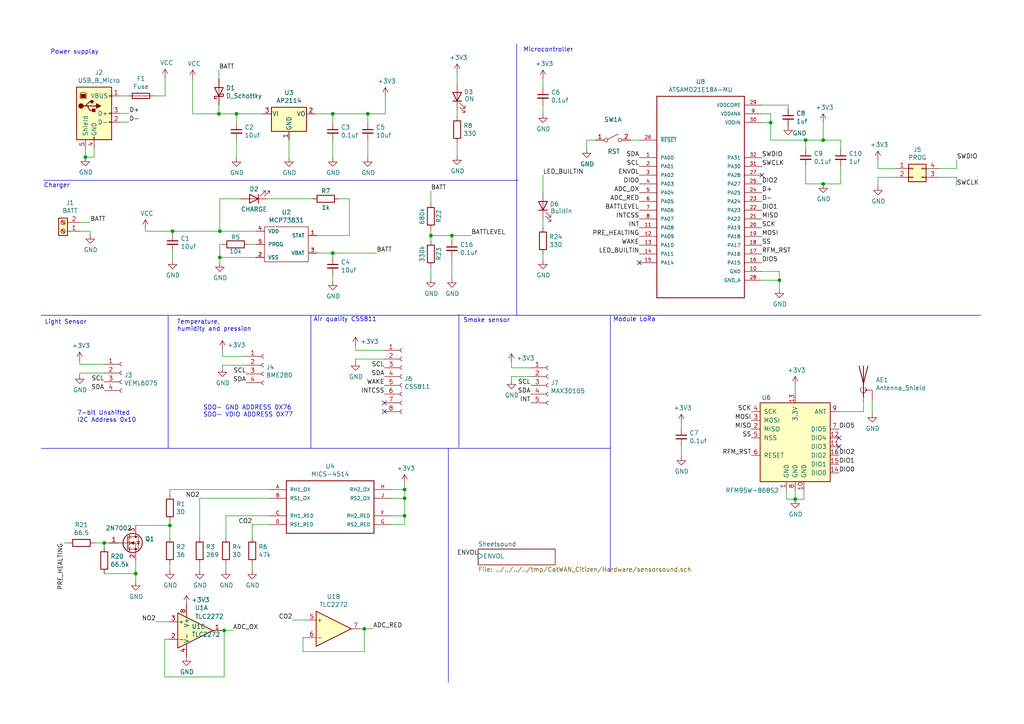
<source format=kicad_sch>
(kicad_sch (version 20230121) (generator eeschema)
  (paper "A4")
  (title_block (title "CatWAN Citizen") (date "2020-02-21") (company "Electronic Cats") (comment 1 "Rocio Rdz.") (comment 4 "Andres Sabas"))
  (junction (at 124.968 68.326))
  (junction (at 63.5 33.02))
  (junction (at 230.632 144.78))
  (junction (at 96.52 73.406))
  (junction (at 96.52 33.02))
  (junction (at 68.58 33.02))
  (junction (at 238.76 40.64))
  (junction (at 65.024 182.88))
  (junction (at 24.765 45.593))
  (junction (at 50.038 67.056))
  (junction (at 105.664 182.372))
  (junction (at 233.68 40.64))
  (junction (at 63.754 74.676))
  (junction (at 63.754 67.056))
  (junction (at 238.76 53.34))
  (junction (at 226.06 81.28))
  (junction (at 49.276 152.4))
  (junction (at 39.37 166.37))
  (junction (at 223.52 35.56))
  (junction (at 117.348 141.986))
  (junction (at 117.348 144.526))
  (junction (at 30.226 157.48))
  (junction (at 131.064 68.326))
  (junction (at 106.68 33.02))
  (junction (at 117.348 149.606))
  (no_connect (at 243.332 127))
  (no_connect (at 111.506 119.38))
  (no_connect (at 111.506 116.84))
  (no_connect (at 220.98 50.8))
  (no_connect (at 185.42 76.2))
  (no_connect (at 243.332 129.54))
  (wire (pts (xy 49.276 163.576) (xy 49.276 165.354)))
  (wire (pts (xy 27.432 157.48) (xy 30.226 157.48)))
  (wire (pts (xy 238.76 40.64) (xy 243.84 40.64)))
  (wire (pts (xy 73.152 152.146) (xy 73.152 155.956)))
  (wire (pts (xy 49.276 141.986) (xy 49.276 143.51)))
  (wire (pts (xy 170.18 40.64) (xy 170.18 43.18)))
  (wire (pts (xy 243.332 119.38) (xy 250.444 119.38)))
  (wire (pts (xy 83.82 40.64) (xy 83.82 45.72)))
  (wire (pts (xy 49.276 141.986) (xy 77.978 141.986)))
  (wire (pts (xy 65.532 149.606) (xy 77.978 149.606)))
  (wire (pts (xy 63.754 70.866) (xy 63.754 74.676)))
  (wire (pts (xy 157.48 73.66) (xy 157.48 75.438)))
  (wire (pts (xy 34.925 35.433) (xy 37.465 35.433)))
  (wire (pts (xy 136.652 68.326) (xy 131.064 68.326)))
  (wire (pts (xy 124.968 55.372) (xy 124.968 58.928)))
  (wire (pts (xy 228.092 144.78) (xy 230.632 144.78)))
  (wire (pts (xy 45.212 180.34) (xy 49.022 180.34)))
  (wire (pts (xy 103.124 101.6) (xy 103.124 100.33)))
  (wire (pts (xy 64.516 101.346) (xy 64.516 103.378)))
  (wire (pts (xy 96.52 74.676) (xy 96.52 73.406)))
  (wire (pts (xy 68.58 40.64) (xy 68.58 45.72)))
  (wire (pts (xy 223.52 33.02) (xy 223.52 35.56)))
  (wire (pts (xy 223.52 40.64) (xy 233.68 40.64)))
  (wire (pts (xy 104.394 182.372) (xy 105.664 182.372)))
  (wire (pts (xy 50.038 72.898) (xy 50.038 75.438)))
  (wire (pts (xy 65.024 182.88) (xy 67.564 182.88)))
  (wire (pts (xy 57.912 163.576) (xy 57.912 165.354)))
  (wire (pts (xy 76.2 33.02) (xy 68.58 33.02)))
  (wire (pts (xy 68.58 35.56) (xy 68.58 33.02)))
  (wire (pts (xy 117.348 152.146) (xy 117.348 149.606)))
  (polyline (pts (xy 177.038 165.862) (xy 177.038 91.44)))
  (wire (pts (xy 157.48 63.5) (xy 157.48 66.04)))
  (wire (pts (xy 64.516 103.378) (xy 71.374 103.378)))
  (wire (pts (xy 55.88 33.02) (xy 63.5 33.02)))
  (wire (pts (xy 272.415 48.895) (xy 277.495 48.895)))
  (wire (pts (xy 111.506 101.6) (xy 103.124 101.6)))
  (wire (pts (xy 220.98 78.74) (xy 226.06 78.74)))
  (wire (pts (xy 113.538 149.606) (xy 117.348 149.606)))
  (wire (pts (xy 91.44 33.02) (xy 96.52 33.02)))
  (wire (pts (xy 24.765 43.053) (xy 24.765 45.593)))
  (wire (pts (xy 57.912 144.526) (xy 57.912 155.956)))
  (wire (pts (xy 277.495 51.435) (xy 277.495 53.975)))
  (wire (pts (xy 197.612 122.682) (xy 197.612 124.206)))
  (wire (pts (xy 47.752 185.42) (xy 49.022 185.42)))
  (wire (pts (xy 42.164 66.294) (xy 42.164 67.056)))
  (wire (pts (xy 63.5 30.48) (xy 63.5 33.02)))
  (wire (pts (xy 148.336 106.68) (xy 148.336 105.156)))
  (wire (pts (xy 47.879 27.813) (xy 47.879 22.606)))
  (wire (pts (xy 117.348 149.606) (xy 117.348 144.526)))
  (wire (pts (xy 84.836 179.832) (xy 89.154 179.832)))
  (wire (pts (xy 49.276 151.13) (xy 49.276 152.4)))
  (wire (pts (xy 64.516 70.866) (xy 63.754 70.866)))
  (wire (pts (xy 30.226 158.75) (xy 30.226 157.48)))
  (wire (pts (xy 101.346 68.326) (xy 101.346 57.658)))
  (wire (pts (xy 113.538 141.986) (xy 117.348 141.986)))
  (wire (pts (xy 153.924 109.22) (xy 148.336 109.22)))
  (wire (pts (xy 124.968 66.548) (xy 124.968 68.326)))
  (wire (pts (xy 103.124 104.14) (xy 103.124 104.902)))
  (wire (pts (xy 220.98 81.28) (xy 226.06 81.28)))
  (wire (pts (xy 47.752 196.342) (xy 65.024 196.342)))
  (wire (pts (xy 96.52 79.756) (xy 96.52 81.534)))
  (wire (pts (xy 73.152 163.576) (xy 73.152 165.354)))
  (wire (pts (xy 19.812 157.48) (xy 18.542 157.48)))
  (wire (pts (xy 44.704 27.813) (xy 47.879 27.813)))
  (wire (pts (xy 39.37 166.37) (xy 39.37 168.656)))
  (wire (pts (xy 90.678 57.658) (xy 77.47 57.658)))
  (wire (pts (xy 124.968 68.326) (xy 124.968 69.85)))
  (wire (pts (xy 27.305 43.053) (xy 27.305 45.593)))
  (wire (pts (xy 71.374 105.918) (xy 64.516 105.918)))
  (wire (pts (xy 64.262 182.88) (xy 65.024 182.88)))
  (wire (pts (xy 49.276 152.4) (xy 49.276 155.956)))
  (wire (pts (xy 131.064 68.326) (xy 124.968 68.326)))
  (wire (pts (xy 63.5 20.32) (xy 63.5 22.86)))
  (wire (pts (xy 42.164 67.056) (xy 50.038 67.056)))
  (wire (pts (xy 47.752 185.42) (xy 47.752 196.342)))
  (wire (pts (xy 74.168 70.866) (xy 72.136 70.866)))
  (polyline (pts (xy 130.048 130.048) (xy 130.048 197.866)))
  (wire (pts (xy 233.68 53.34) (xy 238.76 53.34)))
  (wire (pts (xy 89.154 184.912) (xy 87.884 184.912)))
  (wire (pts (xy 185.42 40.64) (xy 182.88 40.64)))
  (wire (pts (xy 230.632 111.76) (xy 230.632 114.3)))
  (wire (pts (xy 233.172 142.24) (xy 233.172 144.78)))
  (wire (pts (xy 254.635 48.895) (xy 259.715 48.895)))
  (wire (pts (xy 65.532 155.956) (xy 65.532 149.606)))
  (wire (pts (xy 87.884 184.912) (xy 87.884 188.976)))
  (wire (pts (xy 220.98 33.02) (xy 223.52 33.02)))
  (wire (pts (xy 101.346 57.658) (xy 98.298 57.658)))
  (wire (pts (xy 243.84 53.34) (xy 238.76 53.34)))
  (wire (pts (xy 148.336 109.22) (xy 148.336 110.236)))
  (wire (pts (xy 34.925 27.813) (xy 37.084 27.813)))
  (wire (pts (xy 96.52 73.406) (xy 109.22 73.406)))
  (wire (pts (xy 197.612 129.286) (xy 197.612 132.334)))
  (wire (pts (xy 30.226 166.37) (xy 39.37 166.37)))
  (wire (pts (xy 117.348 140.208) (xy 117.348 141.986)))
  (wire (pts (xy 57.912 144.526) (xy 77.978 144.526)))
  (wire (pts (xy 96.52 33.02) (xy 106.68 33.02)))
  (wire (pts (xy 132.588 24.257) (xy 132.588 21.082)))
  (wire (pts (xy 69.85 57.658) (xy 63.754 57.658)))
  (wire (pts (xy 87.884 188.976) (xy 105.664 188.976)))
  (wire (pts (xy 226.06 81.28) (xy 226.06 83.82)))
  (wire (pts (xy 250.444 119.38) (xy 250.444 116.332)))
  (wire (pts (xy 27.305 45.593) (xy 24.765 45.593)))
  (wire (pts (xy 23.368 67.056) (xy 26.162 67.056)))
  (polyline (pts (xy 12.573 52.324) (xy 150.368 52.324)))
  (polyline (pts (xy 11.938 130.048) (xy 177.038 130.048)))
  (wire (pts (xy 254.635 51.435) (xy 254.635 53.975)))
  (wire (pts (xy 23.114 105.664) (xy 23.114 104.648)))
  (wire (pts (xy 132.588 41.402) (xy 132.588 45.212)))
  (wire (pts (xy 96.52 40.64) (xy 96.52 45.72)))
  (wire (pts (xy 233.68 43.18) (xy 233.68 40.64)))
  (wire (pts (xy 63.754 74.676) (xy 74.168 74.676)))
  (wire (pts (xy 157.48 30.48) (xy 157.48 33.02)))
  (wire (pts (xy 55.88 22.86) (xy 55.88 33.02)))
  (wire (pts (xy 124.968 77.47) (xy 124.968 80.772)))
  (wire (pts (xy 64.516 105.918) (xy 64.516 106.68)))
  (wire (pts (xy 50.038 67.818) (xy 50.038 67.056)))
  (wire (pts (xy 153.924 106.68) (xy 148.336 106.68)))
  (wire (pts (xy 254.635 46.355) (xy 254.635 48.895)))
  (wire (pts (xy 65.532 163.576) (xy 65.532 165.354)))
  (wire (pts (xy 238.76 35.56) (xy 238.76 40.64)))
  (wire (pts (xy 223.52 35.56) (xy 223.52 40.64)))
  (wire (pts (xy 172.72 40.64) (xy 170.18 40.64)))
  (polyline (pts (xy 90.17 91.44) (xy 90.17 130.048)))
  (wire (pts (xy 243.84 48.26) (xy 243.84 53.34)))
  (polyline (pts (xy 133.096 91.186) (xy 133.096 129.794)))
  (wire (pts (xy 233.68 48.26) (xy 233.68 53.34)))
  (wire (pts (xy 243.84 40.64) (xy 243.84 43.18)))
  (wire (pts (xy 39.37 152.4) (xy 49.276 152.4)))
  (wire (pts (xy 113.538 152.146) (xy 117.348 152.146)))
  (wire (pts (xy 157.48 50.8) (xy 157.48 55.88)))
  (wire (pts (xy 226.06 78.74) (xy 226.06 81.28)))
  (wire (pts (xy 233.172 144.78) (xy 230.632 144.78)))
  (wire (pts (xy 106.68 35.56) (xy 106.68 33.02)))
  (wire (pts (xy 34.925 32.893) (xy 37.465 32.893)))
  (wire (pts (xy 30.226 157.48) (xy 31.75 157.48)))
  (wire (pts (xy 259.715 51.435) (xy 254.635 51.435)))
  (wire (pts (xy 63.754 57.658) (xy 63.754 67.056)))
  (wire (pts (xy 228.6 31.496) (xy 228.6 30.48)))
  (wire (pts (xy 30.226 105.664) (xy 23.114 105.664)))
  (wire (pts (xy 106.68 33.02) (xy 111.76 33.02)))
  (wire (pts (xy 113.538 144.526) (xy 117.348 144.526)))
  (wire (pts (xy 252.984 116.332) (xy 252.984 119.888)))
  (wire (pts (xy 105.664 182.372) (xy 108.204 182.372)))
  (wire (pts (xy 111.506 104.14) (xy 103.124 104.14)))
  (wire (pts (xy 74.168 67.056) (xy 63.754 67.056)))
  (wire (pts (xy 63.5 33.02) (xy 68.58 33.02)))
  (wire (pts (xy 65.024 182.88) (xy 65.024 196.342)))
  (polyline (pts (xy 48.768 130.048) (xy 48.768 91.44)))
  (wire (pts (xy 157.48 22.86) (xy 157.48 25.4)))
  (wire (pts (xy 131.064 69.596) (xy 131.064 68.326)))
  (wire (pts (xy 228.6 30.48) (xy 220.98 30.48)))
  (wire (pts (xy 73.152 152.146) (xy 77.978 152.146)))
  (wire (pts (xy 63.754 76.2) (xy 63.754 74.676)))
  (wire (pts (xy 63.754 67.056) (xy 50.038 67.056)))
  (wire (pts (xy 30.226 108.204) (xy 23.114 108.204)))
  (wire (pts (xy 272.415 51.435) (xy 277.495 51.435)))
  (wire (pts (xy 111.76 33.02) (xy 111.76 27.94)))
  (polyline (pts (xy 11.938 91.44) (xy 284.48 91.44)))
  (wire (pts (xy 117.348 141.986) (xy 117.348 144.526)))
  (wire (pts (xy 132.588 31.877) (xy 132.588 33.782)))
  (wire (pts (xy 39.37 162.56) (xy 39.37 166.37)))
  (wire (pts (xy 26.162 67.056) (xy 26.162 68.072)))
  (wire (pts (xy 233.68 40.64) (xy 238.76 40.64)))
  (polyline (pts (xy 149.86 12.7) (xy 149.86 91.44)))
  (wire (pts (xy 91.948 68.326) (xy 101.346 68.326)))
  (wire (pts (xy 131.064 80.772) (xy 131.064 74.676)))
  (wire (pts (xy 23.368 64.516) (xy 26.162 64.516)))
  (wire (pts (xy 105.664 188.976) (xy 105.664 182.372)))
  (wire (pts (xy 23.114 108.204) (xy 23.114 108.712)))
  (wire (pts (xy 106.68 40.64) (xy 106.68 45.72)))
  (wire (pts (xy 230.632 142.24) (xy 230.632 144.78)))
  (wire (pts (xy 228.092 142.24) (xy 228.092 144.78)))
  (wire (pts (xy 91.948 73.406) (xy 96.52 73.406)))
  (wire (pts (xy 96.52 35.56) (xy 96.52 33.02)))
  (wire (pts (xy 220.98 35.56) (xy 223.52 35.56)))
  (wire (pts (xy 277.495 48.895) (xy 277.495 46.355)))
  (text "Microcontroller" (at 151.765 15.24 0) (effects (font (size 1.27 1.27)) (justify left bottom)))
  (text "7-bit Unshifted \nI2C Address 0x10" (at 22.352 122.682 0) (effects (font (size 1.27 1.27)) (justify left bottom)))
  (text "Charger\n" (at 12.7 54.61 0) (effects (font (size 1.27 1.27)) (justify left bottom)))
  (text "SDO- GND ADDRESS 0X76\nSDO- VDIO ADDRESS 0X77\n\n\n" (at 58.928 125.222 0) (effects (font (size 1.27 1.27)) (justify left bottom)))
  (text "Air quality CSS811" (at 90.932 93.472 0) (effects (font (size 1.27 1.27)) (justify left bottom)))
  (text "Smoke sensor" (at 134.366 93.726 0) (effects (font (size 1.27 1.27)) (justify left bottom)))
  (text "Power supplay" (at 14.605 15.875 0) (effects (font (size 1.27 1.27)) (justify left bottom)))
  (text "Temperature, \nhumidity and pression" (at 51.308 96.266 0) (effects (font (size 1.27 1.27)) (justify left bottom)))
  (text "Module LoRa\n" (at 177.8 93.472 0) (effects (font (size 1.27 1.27)) (justify left bottom)))
  (text "Light Sensor" (at 12.954 94.234 0) (effects (font (size 1.27 1.27)) (justify left bottom)))
  (label "SWDIO" (at 220.98 45.72 0))
  (label "ADC_OX" (at 185.42 55.88 180))
  (label "ENVOL" (at 138.684 161.29 180))
  (label "DIO5" (at 243.332 124.46 0))
  (label "BATT" (at 124.968 55.372 0))
  (label "INTCSS" (at 185.42 63.5 180))
  (label "SWDIO" (at 277.495 46.355 0))
  (label "BATTLEVEL" (at 185.42 60.96 180))
  (label "PRE_HEALTING" (at 18.542 157.48 270))
  (label "MISO" (at 220.98 63.5 0))
  (label "NO2" (at 45.212 180.34 180))
  (label "MISO" (at 217.932 124.46 180))
  (label "SWCLK" (at 220.98 48.26 0))
  (label "BATT" (at 109.22 73.406 0))
  (label "BATT" (at 63.5 20.32 0))
  (label "DIO0" (at 185.42 53.34 180))
  (label "ADC_RED" (at 108.204 182.372 0))
  (label "SCK" (at 217.932 119.38 180))
  (label "MOSI" (at 220.98 68.58 0))
  (label "D+" (at 220.98 55.88 0))
  (label "ENVOL" (at 185.42 50.8 180))
  (label "SDA" (at 111.506 109.22 180))
  (label "LED_BUILTIN" (at 185.42 73.66 180))
  (label "SCL" (at 185.42 48.26 180))
  (label "RFM_RST" (at 220.98 73.66 0))
  (label "CO2" (at 73.152 152.146 180))
  (label "D-" (at 37.465 35.433 0))
  (label "ADC_OX" (at 67.564 182.88 0))
  (label "SS" (at 217.932 127 180))
  (label "D+" (at 37.465 32.893 0))
  (label "SWCLK" (at 277.495 53.975 0))
  (label "SCL" (at 30.226 110.744 180))
  (label "DIO5" (at 220.98 76.2 0))
  (label "SCK" (at 220.98 66.04 0))
  (label "INT" (at 153.924 116.84 180))
  (label "SS" (at 220.98 71.12 0))
  (label "WAKE" (at 185.42 71.12 180))
  (label "DIO0" (at 243.332 137.16 0))
  (label "SCL" (at 111.506 106.68 180))
  (label "INT" (at 185.42 66.04 180))
  (label "ADC_RED" (at 185.42 58.42 180))
  (label "SDA" (at 30.226 113.284 180))
  (label "SDA" (at 153.924 114.3 180))
  (label "NO2" (at 57.912 144.526 180))
  (label "SCL" (at 71.374 108.458 180))
  (label "SDA" (at 71.374 110.998 180))
  (label "RFM_RST" (at 217.932 132.08 180))
  (label "SDA" (at 185.42 45.72 180))
  (label "CO2" (at 84.836 179.832 180))
  (label "DIO2" (at 243.332 132.08 0))
  (label "LED_BUILTIN" (at 157.48 50.8 0))
  (label "PRE_HEALTING" (at 185.42 68.58 180))
  (label "DIO1" (at 220.98 60.96 0))
  (label "BATT" (at 26.162 64.516 0))
  (label "INTCSS" (at 111.506 114.3 180))
  (label "DIO1" (at 243.332 134.62 0))
  (label "SCL" (at 153.924 111.76 180))
  (label "WAKE" (at 111.506 111.76 180))
  (label "BATTLEVEL" (at 136.652 68.326 0))
  (label "D-" (at 220.98 58.42 0))
  (label "MOSI" (at 217.932 121.92 180))
  (label "DIO2" (at 220.98 53.34 0))
  (symbol (lib_id "citizen_sensor-rescue:SW_DPST_x2-Switch") (at 177.8 40.64 0) (unit 1)
    (property "Reference" "SW1" (at 177.8 34.671 0))
    (property "Value" "RST" (at 178.0286 43.942 0))
    (property "Footprint" "Button_Switch_SMD:SW_SPST_TL3342" (effects hide))
    (property "Datasheet" "https://www.banggood.com/1000Pcs-DC12V-4-Pins-Tact-Tactile-Push-Button-Switch-Momentary-SMD-Switch-5x5x1_5MM-p-1297259.html?rmmds=newArrivals&cur_warehouse=CN" (effects hide))
    (property "manf#" "DC12V 4 Pins" (effects hide))
  )
  (symbol (lib_id "Device:C_Small") (at 233.68 45.72 0) (unit 1)
    (property "Reference" "C9" (at 236.0168 44.5516 0) (effects (justify left)))
    (property "Value" "0.1uf" (at 236.0168 46.863 0) (effects (justify left)))
    (property "Footprint" "Capacitor_SMD:C_0805_2012Metric_Pad1.15x1.40mm_HandSolder" (effects hide))
    (property "Datasheet" "https://www.mouser.mx/datasheet/2/40/X7RDielectric-777024.pdf" (effects hide))
    (property "manf#" "08056C104JAZ2A" (effects hide))
  )
  (symbol (lib_id "citizen_sensor-rescue:RFM95W-868S2-RF_AM_FM") (at 230.632 127 0) (unit 1)
    (property "Reference" "U6" (at 222.25 115.316 0))
    (property "Value" "RFM95W-868S2" (at 218.186 142.24 0))
    (property "Footprint" "Rf:RFM95W" (effects hide))
    (property "manf#" "RFM95W" (effects hide))
  )
  (symbol (lib_id "Device:LED") (at 132.588 28.067 90) (unit 1)
    (property "Reference" "D3" (at 135.89 26.67 90))
    (property "Value" "ON" (at 136.144 28.702 90))
    (property "Footprint" "LED_SMD:LED_0805_2012Metric_Castellated" (effects hide))
    (property "Datasheet" "https://www.mouser.mx/datasheet/2/445/150080SS75000-368930.pdf" (effects hide))
    (property "manf#" "150080SS75000" (effects hide))
  )
  (symbol (lib_id "citizen_sensor-rescue:MICS-4514-electroniccats-citizen_sensor-rescue") (at 95.758 147.066 0) (unit 1)
    (property "Reference" "U4" (at 95.758 135.2042 0))
    (property "Value" "MICS-4514" (at 95.758 137.5156 0))
    (property "Footprint" "MICS4514:MICS_10-SMD" (effects hide))
    (property "Datasheet" "https://www.mouser.mx/datasheet/2/18/0278_Datasheet-MiCS-4514-rev-16-1144833.pdf" (effects hide))
    (property "manf#" "MICS-4514" (effects hide))
  )
  (symbol (lib_id "citizen_sensor-rescue:USB_B-Connector") (at 27.305 32.893 0) (unit 1)
    (property "Reference" "J2" (at 28.702 21.0312 0))
    (property "Value" "USB_B_Micro" (at 28.702 23.3426 0))
    (property "Footprint" "Connector_USB:USB_Micro-B_Wuerth_629105150521" (effects hide))
    (property "Datasheet" "https://www.mouser.mx/datasheet/2/445/629105150521-469306.pdf" (effects hide))
    (property "manf#" "629105150521" (effects hide))
  )
  (symbol (lib_id "Device:Antenna_Shield") (at 250.444 111.252 0) (unit 1)
    (property "Reference" "AE1" (at 254 110.2106 0) (effects (justify left)))
    (property "Value" "Antenna_Shield" (at 254 112.522 0) (effects (justify left)))
    (property "Footprint" "Rf:AMPHENOL_901-144" (effects hide))
    (property "Datasheet" "https://www.banggood.com/2pcs-RP-SMA-Female-Adapter-PCB-Edge-Mount-Solder-RF-Connector-p-977325.html?akmClientCountry=MX&&cur_warehouse=CN" (effects hide))
    (property "manf#" "977325" (effects hide))
  )
  (symbol (lib_id "Device:C_Small") (at 243.84 45.72 0) (unit 1)
    (property "Reference" "C10" (at 246.1768 44.5516 0) (effects (justify left)))
    (property "Value" "1uf" (at 246.1768 46.863 0) (effects (justify left)))
    (property "Footprint" "Capacitor_SMD:C_0805_2012Metric_Pad1.15x1.40mm_HandSolder" (effects hide))
    (property "Datasheet" "https://www.mouser.mx/datasheet/2/447/UPY-GPHC_X5R_4V-to-50V_25-1131599.pdf" (effects hide))
    (property "manf#" "CC0805KKX5R5BB105" (effects hide))
  )
  (symbol (lib_id "Connector_Generic:Conn_02x02_Counter_Clockwise") (at 264.795 48.895 0) (unit 1)
    (property "Reference" "J5" (at 266.065 43.3832 0))
    (property "Value" "PROG" (at 266.065 45.6946 0))
    (property "Footprint" "Connector_PinHeader_2.54mm:PinHeader_1x04_P2.54mm_Vertical" (effects hide))
  )
  (symbol (lib_id "Device:C_Small") (at 157.48 27.94 0) (unit 1)
    (property "Reference" "C6" (at 159.8168 26.7716 0) (effects (justify left)))
    (property "Value" "0.1uf" (at 159.8168 29.083 0) (effects (justify left)))
    (property "Footprint" "Capacitor_SMD:C_0805_2012Metric_Pad1.15x1.40mm_HandSolder" (effects hide))
    (property "Datasheet" "https://www.mouser.mx/datasheet/2/40/X7RDielectric-777024.pdf" (effects hide))
    (property "manf#" "08056C104JAZ2A" (effects hide))
  )
  (symbol (lib_id "power:GND") (at 228.6 36.576 0) (unit 1)
    (property "Reference" "#PWR0101" (effects hide))
    (property "Value" "GND" (at 231.902 38.608 0))
  )
  (symbol (lib_id "citizen_sensor-rescue:+3.3V-power") (at 238.76 35.56 0) (unit 1)
    (property "Reference" "#PWR0102" (effects hide))
    (property "Value" "+3.3V" (at 239.141 31.1658 0))
  )
  (symbol (lib_id "power:GND") (at 170.18 43.18 0) (unit 1)
    (property "Reference" "#PWR0103" (effects hide))
    (property "Value" "GND" (at 170.307 47.5742 0))
  )
  (symbol (lib_id "power:GND") (at 238.76 53.34 0) (unit 1)
    (property "Reference" "#PWR0104" (effects hide))
    (property "Value" "GND" (at 238.887 57.7342 0))
  )
  (symbol (lib_id "power:GND") (at 226.06 83.82 0) (unit 1)
    (property "Reference" "#PWR0105" (effects hide))
    (property "Value" "GND" (at 226.187 88.2142 0))
  )
  (symbol (lib_id "power:GND") (at 254.635 53.975 0) (unit 1)
    (property "Reference" "#PWR0106" (effects hide))
    (property "Value" "GND" (at 254.762 58.3692 0))
  )
  (symbol (lib_id "citizen_sensor-rescue:+3.3V-power") (at 254.635 46.355 0) (unit 1)
    (property "Reference" "#PWR0107" (effects hide))
    (property "Value" "+3.3V" (at 255.016 41.9608 0))
  )
  (symbol (lib_id "Regulator_Linear:AP2127N-1.2") (at 83.82 33.02 0) (unit 1)
    (property "Reference" "U3" (at 83.82 26.8732 0))
    (property "Value" "AP2114" (at 83.82 29.1846 0))
    (property "Footprint" "Package_TO_SOT_SMD:SOT-223-3_TabPin2" (effects hide))
    (property "Datasheet" "https://www.mouser.mx/datasheet/2/115/AP2114-271472.pdf" (effects hide))
    (property "manf#" "AP2114H-3.3TRG1" (effects hide))
  )
  (symbol (lib_id "Device:C_Small") (at 68.58 38.1 0) (unit 1)
    (property "Reference" "C2" (at 70.9168 36.9316 0) (effects (justify left)))
    (property "Value" "10uf" (at 70.9168 39.243 0) (effects (justify left)))
    (property "Footprint" "Capacitor_SMD:C_0805_2012Metric_Pad1.15x1.40mm_HandSolder" (effects hide))
    (property "Datasheet" "https://www.mouser.mx/datasheet/2/445/885012107004-554083.pdf" (effects hide))
    (property "manf#" "885012107004" (effects hide))
  )
  (symbol (lib_id "Device:C_Small") (at 96.52 38.1 0) (unit 1)
    (property "Reference" "C3" (at 98.8568 36.9316 0) (effects (justify left)))
    (property "Value" "0.1uf" (at 98.8568 39.243 0) (effects (justify left)))
    (property "Footprint" "Capacitor_SMD:C_0805_2012Metric_Pad1.15x1.40mm_HandSolder" (effects hide))
    (property "Datasheet" "https://www.mouser.mx/datasheet/2/40/X7RDielectric-777024.pdf" (effects hide))
    (property "manf#" "08056C104JAZ2A" (effects hide))
  )
  (symbol (lib_id "Device:C_Small") (at 106.68 38.1 0) (unit 1)
    (property "Reference" "C5" (at 109.0168 36.9316 0) (effects (justify left)))
    (property "Value" "10uf" (at 109.0168 39.243 0) (effects (justify left)))
    (property "Footprint" "Capacitor_SMD:C_0805_2012Metric_Pad1.15x1.40mm_HandSolder" (effects hide))
    (property "Datasheet" "https://www.mouser.mx/datasheet/2/445/885012107004-554083.pdf" (effects hide))
    (property "manf#" "885012107004" (effects hide))
  )
  (symbol (lib_id "citizen_sensor-rescue:+3.3V-power") (at 157.48 22.86 0) (unit 1)
    (property "Reference" "#PWR0108" (effects hide))
    (property "Value" "+3.3V" (at 157.861 18.4658 0))
  )
  (symbol (lib_id "power:GND") (at 157.48 33.02 0) (unit 1)
    (property "Reference" "#PWR0109" (effects hide))
    (property "Value" "GND" (at 157.607 37.4142 0))
  )
  (symbol (lib_id "citizen_sensor-rescue:+3.3V-power") (at 111.76 27.94 0) (unit 1)
    (property "Reference" "#PWR0110" (effects hide))
    (property "Value" "+3.3V" (at 112.141 23.5458 0))
  )
  (symbol (lib_id "power:VCC") (at 47.879 22.606 0) (unit 1)
    (property "Reference" "#PWR0111" (effects hide))
    (property "Value" "VCC" (at 48.3108 18.2118 0))
  )
  (symbol (lib_id "power:VCC") (at 55.88 22.86 0) (unit 1)
    (property "Reference" "#PWR0112" (effects hide))
    (property "Value" "VCC" (at 56.3118 18.4658 0))
  )
  (symbol (lib_id "power:GND") (at 24.765 45.593 0) (unit 1)
    (property "Reference" "#PWR0113" (effects hide))
    (property "Value" "GND" (at 24.892 49.9872 0))
  )
  (symbol (lib_id "citizen_sensor-rescue:MCP73831-electroniccats-citizen_sensor-rescue") (at 83.058 70.866 0) (unit 1)
    (property "Reference" "U2" (at 83.058 61.5696 0))
    (property "Value" "MCP73831" (at 83.058 63.881 0))
    (property "Footprint" "Package_TO_SOT_SMD:SOT-23-5" (effects hide))
    (property "Datasheet" "https://www.mouser.mx/datasheet/2/268/20001984g-846362.pdf" (effects hide))
    (property "manf#" "MCP73831T-5ACI/OT" (effects hide))
  )
  (symbol (lib_id "Connector:Screw_Terminal_01x02") (at 18.288 67.056 180) (unit 1)
    (property "Reference" "J1" (at 20.32 58.801 0))
    (property "Value" "BATT" (at 20.32 61.1124 0))
    (property "Footprint" "TerminalBlock_4Ucon:TerminalBlock_4Ucon_1x02_P3.50mm_Vertical" (effects hide))
    (property "Datasheet" "https://www.mouser.mx/datasheet/2/324/ItemDetail_1751248-916542.pdf" (effects hide))
    (property "manf#" "1751248" (effects hide))
  )
  (symbol (lib_id "Device:C_Small") (at 50.038 70.358 0) (unit 1)
    (property "Reference" "C1" (at 52.3748 69.1896 0) (effects (justify left)))
    (property "Value" "10uf" (at 52.3748 71.501 0) (effects (justify left)))
    (property "Footprint" "Capacitor_SMD:C_0805_2012Metric_Pad1.15x1.40mm_HandSolder" (effects hide))
    (property "Datasheet" "https://www.mouser.mx/datasheet/2/445/885012107004-554083.pdf" (effects hide))
    (property "manf#" "885012107004" (effects hide))
  )
  (symbol (lib_id "Device:R") (at 68.326 70.866 270) (unit 1)
    (property "Reference" "R5" (at 68.326 68.834 90))
    (property "Value" "10k" (at 68.326 72.898 90))
    (property "Footprint" "Resistor_SMD:R_0805_2012Metric_Pad1.15x1.40mm_HandSolder" (effects hide))
    (property "Datasheet" "https://www.mouser.mx/datasheet/2/348/esr-e-1139161.pdf" (effects hide))
    (property "manf#" "ESR10EZPJ103" (effects hide))
  )
  (symbol (lib_id "Device:C_Small") (at 96.52 77.216 0) (unit 1)
    (property "Reference" "C4" (at 98.8568 76.0476 0) (effects (justify left)))
    (property "Value" "10uf" (at 98.8568 78.359 0) (effects (justify left)))
    (property "Footprint" "Capacitor_SMD:C_0805_2012Metric_Pad1.15x1.40mm_HandSolder" (effects hide))
    (property "Datasheet" "https://www.mouser.mx/datasheet/2/445/885012107004-554083.pdf" (effects hide))
    (property "manf#" "885012107004" (effects hide))
  )
  (symbol (lib_id "Device:R") (at 94.488 57.658 270) (unit 1)
    (property "Reference" "R7" (at 94.488 55.372 90))
    (property "Value" "1k" (at 94.488 60.198 90))
    (property "Footprint" "Resistor_SMD:R_0805_2012Metric_Pad1.15x1.40mm_HandSolder" (effects hide))
    (property "Datasheet" "https://www.mouser.mx/datasheet/2/348/esr-e-1139161.pdf" (effects hide))
    (property "manf#" "ESR10EZPJ102" (effects hide))
  )
  (symbol (lib_id "Device:LED") (at 73.66 57.658 180) (unit 1)
    (property "Reference" "D2" (at 73.66 54.864 0))
    (property "Value" "CHARGE" (at 73.66 60.706 0))
    (property "Footprint" "LED_SMD:LED_0805_2012Metric_Castellated" (effects hide))
    (property "Datasheet" "https://www.mouser.mx/datasheet/2/445/150080VS75000-368934.pdf" (effects hide))
    (property "manf#" "150080VS75000" (effects hide))
  )
  (symbol (lib_id "citizen_sensor-rescue:+3.3V-power") (at 132.588 21.082 0) (unit 1)
    (property "Reference" "#PWR0114" (effects hide))
    (property "Value" "+3.3V" (at 132.969 16.6878 0))
  )
  (symbol (lib_id "power:GND") (at 132.588 45.212 0) (unit 1)
    (property "Reference" "#PWR0115" (effects hide))
    (property "Value" "GND" (at 132.715 49.6062 0))
  )
  (symbol (lib_id "power:GND") (at 106.68 45.72 0) (unit 1)
    (property "Reference" "#PWR0116" (effects hide))
    (property "Value" "GND" (at 106.807 50.1142 0))
  )
  (symbol (lib_id "power:GND") (at 96.52 45.72 0) (unit 1)
    (property "Reference" "#PWR0117" (effects hide))
    (property "Value" "GND" (at 96.647 50.1142 0))
  )
  (symbol (lib_id "power:GND") (at 83.82 45.72 0) (unit 1)
    (property "Reference" "#PWR0118" (effects hide))
    (property "Value" "GND" (at 83.947 50.1142 0))
  )
  (symbol (lib_id "power:GND") (at 68.58 45.72 0) (unit 1)
    (property "Reference" "#PWR0119" (effects hide))
    (property "Value" "GND" (at 68.707 50.1142 0))
  )
  (symbol (lib_id "Device:D_Schottky") (at 63.5 26.67 90) (unit 1)
    (property "Reference" "D1" (at 65.5066 25.5016 90) (effects (justify right)))
    (property "Value" "D_Schottky" (at 65.5066 27.813 90) (effects (justify right)))
    (property "Footprint" "Diode_SMD:D_SOD-123" (effects hide))
    (property "Datasheet" "https://www.mouser.mx/datasheet/2/308/MBR120VLSFT1-D-1074021.pdf" (effects hide))
    (property "manf#" "NRVB120VLSFT1G" (effects hide))
  )
  (symbol (lib_id "Device:R") (at 132.588 37.592 0) (unit 1)
    (property "Reference" "R8" (at 134.366 36.4236 0) (effects (justify left)))
    (property "Value" "330" (at 134.366 38.735 0) (effects (justify left)))
    (property "Footprint" "Resistor_SMD:R_0805_2012Metric_Pad1.15x1.40mm_HandSolder" (effects hide))
    (property "Datasheet" "https://www.mouser.mx/datasheet/2/348/esr-e-1139161.pdf" (effects hide))
    (property "manf#" "CRCW0805330RFKEAC" (effects hide))
  )
  (symbol (lib_id "power:VCC") (at 42.164 66.294 0) (unit 1)
    (property "Reference" "#PWR0120" (effects hide))
    (property "Value" "VCC" (at 42.5958 61.8998 0))
  )
  (symbol (lib_id "power:GND") (at 63.754 76.2 0) (unit 1)
    (property "Reference" "#PWR0121" (effects hide))
    (property "Value" "GND" (at 63.881 80.5942 0))
  )
  (symbol (lib_id "power:GND") (at 50.038 75.438 0) (unit 1)
    (property "Reference" "#PWR0122" (effects hide))
    (property "Value" "GND" (at 50.165 79.8322 0))
  )
  (symbol (lib_id "power:GND") (at 23.114 108.712 0) (unit 1)
    (property "Reference" "#PWR0130" (effects hide))
    (property "Value" "GND" (at 23.241 113.1062 0))
  )
  (symbol (lib_id "citizen_sensor-rescue:+3.3V-power") (at 23.114 104.648 0) (unit 1)
    (property "Reference" "#PWR0131" (effects hide))
    (property "Value" "+3.3V" (at 23.495 100.2538 0))
  )
  (symbol (lib_id "power:GND") (at 96.52 81.534 0) (unit 1)
    (property "Reference" "#PWR0123" (effects hide))
    (property "Value" "GND" (at 96.647 85.9282 0))
  )
  (symbol (lib_id "power:GND") (at 26.162 68.072 0) (unit 1)
    (property "Reference" "#PWR0124" (effects hide))
    (property "Value" "GND" (at 26.289 72.4662 0))
  )
  (symbol (lib_id "citizen_sensor-rescue:+3.3V-power") (at 230.632 111.76 0) (unit 1)
    (property "Reference" "#PWR0125" (effects hide))
    (property "Value" "+3.3V" (at 231.013 107.3658 0))
  )
  (symbol (lib_id "power:GND") (at 230.632 144.78 0) (unit 1)
    (property "Reference" "#PWR0126" (effects hide))
    (property "Value" "GND" (at 230.759 149.1742 0))
  )
  (symbol (lib_id "Device:C_Small") (at 197.612 126.746 0) (unit 1)
    (property "Reference" "C7" (at 199.9488 125.5776 0) (effects (justify left)))
    (property "Value" "0.1uf" (at 199.9488 127.889 0) (effects (justify left)))
    (property "Footprint" "Capacitor_SMD:C_0805_2012Metric_Pad1.15x1.40mm_HandSolder" (effects hide))
    (property "Datasheet" "https://www.mouser.mx/datasheet/2/40/X7RDielectric-777024.pdf" (effects hide))
    (property "manf#" "08056C104JAZ2A" (effects hide))
  )
  (symbol (lib_id "power:GND") (at 197.612 132.334 0) (unit 1)
    (property "Reference" "#PWR0127" (effects hide))
    (property "Value" "GND" (at 197.739 136.7282 0))
  )
  (symbol (lib_id "citizen_sensor-rescue:+3.3V-power") (at 197.612 122.682 0) (unit 1)
    (property "Reference" "#PWR0128" (effects hide))
    (property "Value" "+3.3V" (at 197.993 118.2878 0))
  )
  (symbol (lib_id "power:GND") (at 252.984 119.888 0) (unit 1)
    (property "Reference" "#PWR0129" (effects hide))
    (property "Value" "GND" (at 253.111 124.2822 0))
  )
  (symbol (lib_id "citizen_sensor-rescue:+3.3V-power") (at 64.516 101.346 0) (unit 1)
    (property "Reference" "#PWR0132" (effects hide))
    (property "Value" "+3.3V" (at 68.58 100.076 0))
  )
  (symbol (lib_id "citizen_sensor-rescue:Conn_01x04_Female-Connector") (at 76.454 105.918 0) (unit 1)
    (property "Reference" "J4" (at 77.1652 106.5276 0) (effects (justify left)))
    (property "Value" "BME280" (at 77.1652 108.839 0) (effects (justify left)))
    (property "Footprint" "Connector_PinHeader_2.54mm:PinHeader_1x04_P2.54mm_Vertical" (effects hide))
  )
  (symbol (lib_id "power:GND") (at 64.516 106.68 0) (unit 1)
    (property "Reference" "#PWR0133" (effects hide))
    (property "Value" "GND" (at 64.643 111.0742 0))
  )
  (symbol (lib_id "Device:R") (at 73.152 159.766 0) (unit 1)
    (property "Reference" "R6" (at 74.93 158.5976 0) (effects (justify left)))
    (property "Value" "47k" (at 74.93 160.909 0) (effects (justify left)))
    (property "Footprint" "Resistor_SMD:R_0805_2012Metric_Pad1.15x1.40mm_HandSolder" (effects hide))
    (property "Datasheet" "https://www.mouser.mx/datasheet/2/447/PYu-RC_Group_51_RoHS_L_10-1527934.pdf" (effects hide))
    (property "manf#" "CRGP0805F47K" (effects hide))
  )
  (symbol (lib_id "citizen_sensor-rescue:+3.3V-power") (at 117.348 140.208 0) (unit 1)
    (property "Reference" "#PWR0134" (effects hide))
    (property "Value" "+3.3V" (at 117.729 135.8138 0))
  )
  (symbol (lib_id "Device:R") (at 65.532 159.766 0) (unit 1)
    (property "Reference" "R4" (at 67.31 158.5976 0) (effects (justify left)))
    (property "Value" "30" (at 67.31 160.909 0) (effects (justify left)))
    (property "Footprint" "Resistor_SMD:R_0805_2012Metric_Pad1.15x1.40mm_HandSolder" (effects hide))
    (property "Datasheet" "https://www.mouser.mx/datasheet/2/427/crcwce3-1223726.pdf" (effects hide))
    (property "manf#" "CRCW080530R0FKEAC" (effects hide))
  )
  (symbol (lib_id "citizen_sensor-rescue:Conn_01x04_Female-Connector") (at 35.306 108.204 0) (unit 1)
    (property "Reference" "J3" (at 36.0172 108.8136 0) (effects (justify left)))
    (property "Value" "VEML6075" (at 36.0172 111.125 0) (effects (justify left)))
    (property "Footprint" "Connector_PinHeader_2.54mm:PinHeader_1x04_P2.54mm_Vertical" (effects hide))
  )
  (symbol (lib_id "Device:R") (at 57.912 159.766 0) (unit 1)
    (property "Reference" "R3" (at 59.69 158.5976 0) (effects (justify left)))
    (property "Value" "269" (at 59.69 160.909 0) (effects (justify left)))
    (property "Footprint" "Resistor_SMD:R_0805_2012Metric_Pad1.15x1.40mm_HandSolder" (effects hide))
    (property "Datasheet" "https://www.mouser.mx/datasheet/2/348/esr-e-1139161.pdf" (effects hide))
    (property "manf#" "ESR10EZPJ271" (effects hide))
  )
  (symbol (lib_id "Device:R") (at 49.276 159.766 0) (unit 1)
    (property "Reference" "R2" (at 51.054 158.5976 0) (effects (justify left)))
    (property "Value" "36" (at 51.054 160.909 0) (effects (justify left)))
    (property "Footprint" "Resistor_SMD:R_0805_2012Metric_Pad1.15x1.40mm_HandSolder" (effects hide))
    (property "Datasheet" "https://www.mouser.mx/datasheet/2/315/AOA0000C304-1149620.pdf" (effects hide))
    (property "manf#" "ERJ-6ENF36R0V" (effects hide))
  )
  (symbol (lib_id "Device:R") (at 49.276 147.32 0) (unit 1)
    (property "Reference" "R1" (at 51.054 146.1516 0) (effects (justify left)))
    (property "Value" "30" (at 51.054 148.463 0) (effects (justify left)))
    (property "Footprint" "Resistor_SMD:R_0805_2012Metric_Pad1.15x1.40mm_HandSolder" (effects hide))
    (property "Datasheet" "https://www.mouser.mx/datasheet/2/427/crcwce3-1223726.pdf" (effects hide))
    (property "manf#" "CRCW080530R0FKEAC" (effects hide))
  )
  (symbol (lib_id "power:GND") (at 73.152 165.354 0) (unit 1)
    (property "Reference" "#PWR0135" (effects hide))
    (property "Value" "GND" (at 73.279 169.7482 0))
  )
  (symbol (lib_id "power:GND") (at 65.532 165.354 0) (unit 1)
    (property "Reference" "#PWR0136" (effects hide))
    (property "Value" "GND" (at 65.659 169.7482 0))
  )
  (symbol (lib_id "power:GND") (at 49.276 165.354 0) (unit 1)
    (property "Reference" "#PWR0137" (effects hide))
    (property "Value" "GND" (at 49.403 169.7482 0))
  )
  (symbol (lib_id "power:GND") (at 57.912 165.354 0) (unit 1)
    (property "Reference" "#PWR0138" (effects hide))
    (property "Value" "GND" (at 58.039 169.7482 0))
  )
  (symbol (lib_id "Device:Fuse") (at 40.894 27.813 90) (unit 1)
    (property "Reference" "F1" (at 40.894 22.8092 90))
    (property "Value" "Fuse" (at 40.894 25.1206 90))
    (property "Footprint" "Fuse:Fuse_1812_4532Metric_Pad1.30x3.40mm_HandSolder" (effects hide))
    (property "Datasheet" "https://www.mouser.mx/datasheet/2/643/0ZCG_Nov2016-1132141.pdf" (effects hide))
    (property "manf#" "0ZCG0030FF2C" (effects hide))
  )
  (symbol (lib_id "power:GND") (at 39.37 168.656 0) (unit 1)
    (property "Reference" "#PWR0139" (effects hide))
    (property "Value" "GND" (at 39.497 173.0502 0))
  )
  (symbol (lib_id "Device:Q_NMOS_GSD") (at 36.83 157.48 0) (unit 1)
    (property "Reference" "Q1" (at 42.037 156.3116 0) (effects (justify left)))
    (property "Value" "2N7002" (at 30.607 153.162 0) (effects (justify left)))
    (property "Footprint" "Package_TO_SOT_SMD:SOT-23" (effects hide))
    (property "Datasheet" "https://www.mouser.mx/datasheet/2/408/T2N7002AK_datasheet_en_20150401-708738.pdf" (effects hide))
    (property "manf#" "T2N7002AK,LM" (effects hide))
  )
  (symbol (lib_id "Device:R") (at 30.226 162.56 180) (unit 1)
    (property "Reference" "R20" (at 32.004 161.3916 0) (effects (justify right)))
    (property "Value" "66.5k" (at 32.004 163.703 0) (effects (justify right)))
    (property "Footprint" "Resistor_SMD:R_0805_2012Metric_Pad1.15x1.40mm_HandSolder" (effects hide))
    (property "Datasheet" "https://www.mouser.mx/datasheet/2/315/AOA0000C304-1149620.pdf" (effects hide))
    (property "manf#" "ERJ-6ENF6652V" (effects hide))
  )
  (symbol (lib_id "citizen_sensor-rescue:ATSAMD21E18A-MU-electroniccats-citizen_sensor-rescue") (at 203.2 58.42 0) (unit 1)
    (property "Reference" "U8" (at 203.2 23.6982 0))
    (property "Value" "ATSAMD21E18A-MU" (at 203.2 26.0096 0))
    (property "Footprint" "Package_QFP:TQFP-32_7x7mm_P0.8mm" (effects hide))
    (property "Datasheet" "SAMD21E Series 256 KB Flash 32 KB SRAM 48 MHz 32-Bit Microcontroller - QFN-32" (effects hide))
    (property "manf#" "ATSAMD21E18A-AUT" (effects hide))
  )
  (symbol (lib_id "Device:R") (at 23.622 157.48 90) (unit 1)
    (property "Reference" "R21" (at 23.622 152.2222 90))
    (property "Value" "66.5" (at 23.622 154.5336 90))
    (property "Footprint" "Resistor_SMD:R_0805_2012Metric_Pad1.15x1.40mm_HandSolder" (effects hide))
    (property "Datasheet" "https://www.mouser.mx/datasheet/2/427/dcrcwe3-109170.pdf" (effects hide))
    (property "manf#" "CRCW080566R5FKEA" (effects hide))
  )
  (symbol (lib_id "Device:C_Small") (at 228.6 34.036 0) (unit 1)
    (property "Reference" "C8" (at 230.9368 32.8676 0) (effects (justify left)))
    (property "Value" "1uf" (at 230.9368 35.179 0) (effects (justify left)))
    (property "Footprint" "Capacitor_SMD:C_0805_2012Metric_Pad1.15x1.40mm_HandSolder" (effects hide))
    (property "Datasheet" "https://www.mouser.mx/datasheet/2/447/UPY-GPHC_X5R_4V-to-50V_25-1131599.pdf" (effects hide))
    (property "manf#" "CC0805KKX5R5BB105" (effects hide))
  )
  (symbol (lib_id "citizen_sensor-rescue:Conn_01x08_Female-Connector") (at 116.586 109.22 0) (unit 1)
    (property "Reference" "J6" (at 117.2718 109.8296 0) (effects (justify left)))
    (property "Value" "CSS811" (at 117.2718 112.141 0) (effects (justify left)))
    (property "Footprint" "Connector_PinHeader_2.54mm:PinHeader_1x08_P2.54mm_Vertical" (effects hide))
    (property "manf#" "-" (effects hide))
  )
  (symbol (lib_id "citizen_sensor-rescue:+3.3V-power") (at 103.124 100.33 0) (unit 1)
    (property "Reference" "#PWR03" (effects hide))
    (property "Value" "+3.3V" (at 107.188 99.06 0))
  )
  (symbol (lib_id "power:GND") (at 103.124 104.902 0) (unit 1)
    (property "Reference" "#PWR04" (effects hide))
    (property "Value" "GND" (at 103.251 109.2962 0))
  )
  (symbol (lib_id "Amplifier_Operational:OPA1602") (at 56.642 182.88 0) (unit 1)
    (property "Reference" "U1" (at 58.42 176.276 0))
    (property "Value" "TLC2272" (at 60.706 178.816 0))
    (property "Footprint" "Package_SO:SOIC-8_3.9x4.9mm_P1.27mm" (effects hide))
    (property "Datasheet" "http://www.ti.com/lit/ds/symlink/opa1604.pdf" (effects hide))
    (property "manf#" "TLC2272CD" (effects hide))
  )
  (symbol (lib_id "citizen_sensor-rescue:Conn_01x05_Female-Connector") (at 159.004 111.76 0) (unit 1)
    (property "Reference" "J7" (at 159.6898 111.0996 0) (effects (justify left)))
    (property "Value" "MAX30105" (at 159.6898 113.411 0) (effects (justify left)))
    (property "Footprint" "Connector_PinHeader_2.54mm:PinHeader_1x05_P2.54mm_Vertical" (effects hide))
    (property "manf#" "-" (effects hide))
  )
  (symbol (lib_id "citizen_sensor-rescue:+3.3V-power") (at 148.336 105.156 0) (unit 1)
    (property "Reference" "#PWR05" (effects hide))
    (property "Value" "+3.3V" (at 152.4 103.886 0))
  )
  (symbol (lib_id "power:GND") (at 148.336 110.236 0) (unit 1)
    (property "Reference" "#PWR06" (effects hide))
    (property "Value" "GND" (at 148.463 114.6302 0))
  )
  (symbol (lib_id "Amplifier_Operational:OPA1602") (at 96.774 182.372 0) (unit 2)
    (property "Reference" "U1" (at 96.774 173.0502 0))
    (property "Value" "TLC2272" (at 96.774 175.3616 0))
    (property "Footprint" "Package_SO:SOIC-8_3.9x4.9mm_P1.27mm" (effects hide))
    (property "Datasheet" "http://www.ti.com/lit/ds/symlink/opa1604.pdf" (effects hide))
  )
  (symbol (lib_id "Amplifier_Operational:OPA1602") (at 56.642 182.88 0) (unit 3)
    (property "Reference" "U1" (at 55.5752 181.7116 0) (effects (justify left)))
    (property "Value" "TLC2272" (at 55.5752 184.023 0) (effects (justify left)))
    (property "Footprint" "Package_SO:SOIC-8_3.9x4.9mm_P1.27mm" (effects hide))
    (property "Datasheet" "http://www.ti.com/lit/ds/symlink/opa1604.pdf" (effects hide))
  )
  (symbol (lib_id "power:GND") (at 54.102 190.5 0) (unit 1)
    (property "Reference" "#PWR0151" (effects hide))
    (property "Value" "GND" (at 54.229 194.8942 0))
  )
  (symbol (lib_id "citizen_sensor-rescue:+3.3V-power") (at 54.102 175.26 0) (unit 1)
    (property "Reference" "#PWR0152" (effects hide))
    (property "Value" "+3.3V" (at 58.166 173.99 0))
  )
  (symbol (lib_id "Device:R") (at 124.968 62.738 180) (unit 1)
    (property "Reference" "R22" (at 127.254 62.738 90))
    (property "Value" "680k" (at 122.428 62.738 90))
    (property "Footprint" "Resistor_SMD:R_0805_2012Metric_Pad1.15x1.40mm_HandSolder" (effects hide))
    (property "Datasheet" "https://www.mouser.mx/datasheet/2/348/esr-e-1139161.pdf" (effects hide))
    (property "manf#" "ERJ-6ENF6803V" (effects hide))
  )
  (symbol (lib_id "Device:R") (at 124.968 73.66 180) (unit 1)
    (property "Reference" "R23" (at 127.254 73.66 90))
    (property "Value" "330k" (at 122.428 73.66 90))
    (property "Footprint" "Resistor_SMD:R_0805_2012Metric_Pad1.15x1.40mm_HandSolder" (effects hide))
    (property "Datasheet" "https://www.mouser.mx/datasheet/2/348/esr-e-1139161.pdf" (effects hide))
    (property "manf#" "ERJ-6ENF3303V" (effects hide))
  )
  (symbol (lib_id "Device:C_Small") (at 131.064 72.136 0) (unit 1)
    (property "Reference" "C16" (at 133.4008 70.9676 0) (effects (justify left)))
    (property "Value" "0.1uf" (at 133.4008 73.279 0) (effects (justify left)))
    (property "Footprint" "Capacitor_SMD:C_0805_2012Metric_Pad1.15x1.40mm_HandSolder" (effects hide))
    (property "Datasheet" "https://www.mouser.mx/datasheet/2/40/X7RDielectric-777024.pdf" (effects hide))
    (property "manf#" "08056C104JAZ2A" (effects hide))
  )
  (symbol (lib_id "power:GND") (at 124.968 80.772 0) (unit 1)
    (property "Reference" "#PWR07" (effects hide))
    (property "Value" "GND" (at 125.095 85.1662 0))
  )
  (symbol (lib_id "power:GND") (at 131.064 80.772 0) (unit 1)
    (property "Reference" "#PWR08" (effects hide))
    (property "Value" "GND" (at 131.191 85.1662 0))
  )
  (symbol (lib_id "power:GND") (at 157.48 75.438 0) (unit 1)
    (property "Reference" "#PWR010" (effects hide))
    (property "Value" "GND" (at 157.607 79.8322 0))
  )
  (symbol (lib_id "Device:LED") (at 157.48 59.69 90) (unit 1)
    (property "Reference" "D6" (at 160.782 59.182 90))
    (property "Value" "Builtin" (at 162.814 61.214 90))
    (property "Footprint" "LED_SMD:LED_0805_2012Metric_Castellated" (effects hide))
    (property "Datasheet" "https://www.mouser.mx/datasheet/2/445/150080SS75000-368930.pdf" (effects hide))
    (property "manf#" "150080SS75000" (effects hide))
  )
  (symbol (lib_id "Device:R") (at 157.48 69.85 0) (unit 1)
    (property "Reference" "R24" (at 159.258 68.6816 0) (effects (justify left)))
    (property "Value" "330" (at 159.258 70.993 0) (effects (justify left)))
    (property "Footprint" "Resistor_SMD:R_0805_2012Metric_Pad1.15x1.40mm_HandSolder" (effects hide))
    (property "Datasheet" "https://www.mouser.mx/datasheet/2/348/esr-e-1139161.pdf" (effects hide))
    (property "manf#" "CRCW0805330RFKEAC" (effects hide))
  )
  (sheet (at 138.684 159.258) (size 22.352 4.572)
    (property "Sheetname" "Sheetsound" (at 138.684 158.5464 0) (effects (justify left bottom)))
    (property "Sheetfile" "../../../../tmp/CatWAN_Citizen/Hardware/sensorsound.sch" (at 138.684 164.4146 0) (effects (justify left top)))
    (pin "ENVOL" input (at 138.684 161.29 180))
  )
)
</source>
